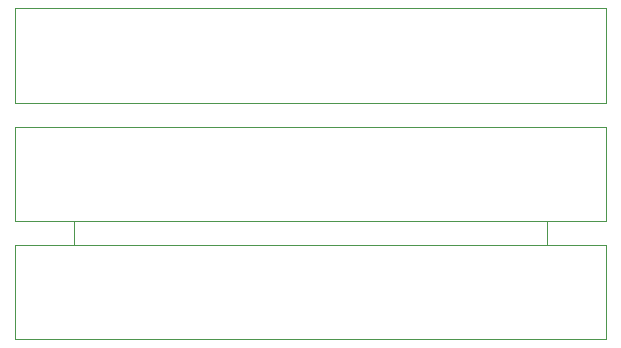
<source format=gbr>
%TF.GenerationSoftware,KiCad,Pcbnew,8.0.5-8.0.5-0~ubuntu22.04.1*%
%TF.CreationDate,2024-10-28T14:20:53+01:00*%
%TF.ProjectId,EMG_amplifier,454d475f-616d-4706-9c69-666965722e6b,rev?*%
%TF.SameCoordinates,Original*%
%TF.FileFunction,Profile,NP*%
%FSLAX46Y46*%
G04 Gerber Fmt 4.6, Leading zero omitted, Abs format (unit mm)*
G04 Created by KiCad (PCBNEW 8.0.5-8.0.5-0~ubuntu22.04.1) date 2024-10-28 14:20:53*
%MOMM*%
%LPD*%
G01*
G04 APERTURE LIST*
%TA.AperFunction,Profile*%
%ADD10C,0.050000*%
%TD*%
G04 APERTURE END LIST*
D10*
X56525200Y-92516200D02*
X106525200Y-92516200D01*
X106525200Y-100516200D01*
X56525200Y-100516200D01*
X56525200Y-92516200D01*
X56530800Y-102535800D02*
X106530800Y-102535800D01*
X106530800Y-110535800D01*
X56530800Y-110535800D01*
X56530800Y-102535800D01*
X61518800Y-100519800D02*
X101518800Y-100519800D01*
X101518800Y-102519800D01*
X61518800Y-102519800D01*
X61518800Y-100519800D01*
X56515000Y-82499200D02*
X106515000Y-82499200D01*
X106515000Y-90499200D01*
X56515000Y-90499200D01*
X56515000Y-82499200D01*
M02*

</source>
